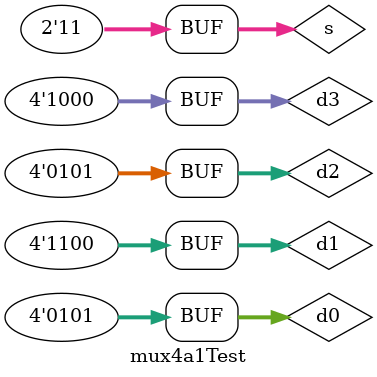
<source format=sv>
module mux4a1Test();

	logic [3:0] d0, d1,d2,d3;
	logic [1:0] s;
	logic [3:0] out;
					

	
	// instantiate device to be tested
	mux4a1 mux4a1ForTest(d0, d1,d2,d3,
			  s,out);
	
	
	initial begin 		
		
		
		#10; 
		d0 = 4'b0101; 
		d1 = 4'b0000; 
		d2 = 4'b0101; 
		d3 = 4'b0000;
		s= 2'b00;	
		#10; 
		d0 = 4'b0101; 
		d1 = 4'b0100;
		d2 = 4'b0101; 
		d3 = 4'b0000;	
		s= 2'b01;	
		#10; 
		d0 = 4'b1101; 
		d1 = 4'b1100; 
		d2 = 4'b0101; 
		d3 = 4'b0000;
		s= 2'b10;	
		#10; 
		d0 = 4'b0101; 
		d1 = 4'b1100;
		d2 = 4'b0101; 
		d3 = 4'b1000;	
		s= 2'b11;
		
		
	end
			  
	
	
endmodule
</source>
